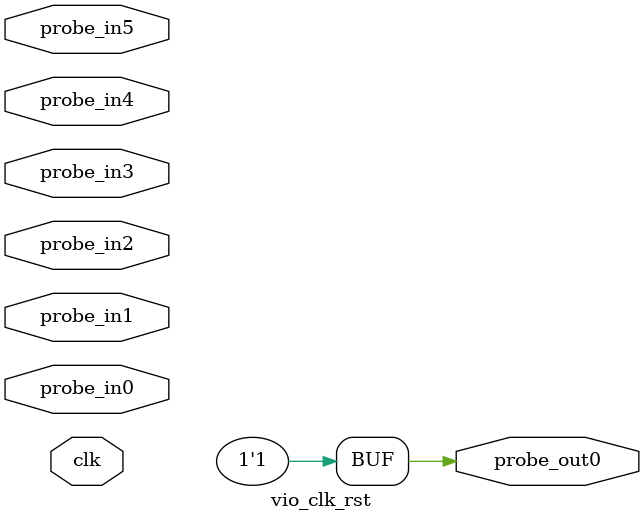
<source format=v>
`timescale 1ns / 1ps
module vio_clk_rst (
clk,
probe_in0,probe_in1,probe_in2,probe_in3,probe_in4,probe_in5,
probe_out0
);

input clk;
input [19 : 0] probe_in0;
input [19 : 0] probe_in1;
input [19 : 0] probe_in2;
input [3 : 0] probe_in3;
input [0 : 0] probe_in4;
input [0 : 0] probe_in5;

output reg [0 : 0] probe_out0 = 'h1 ;


endmodule

</source>
